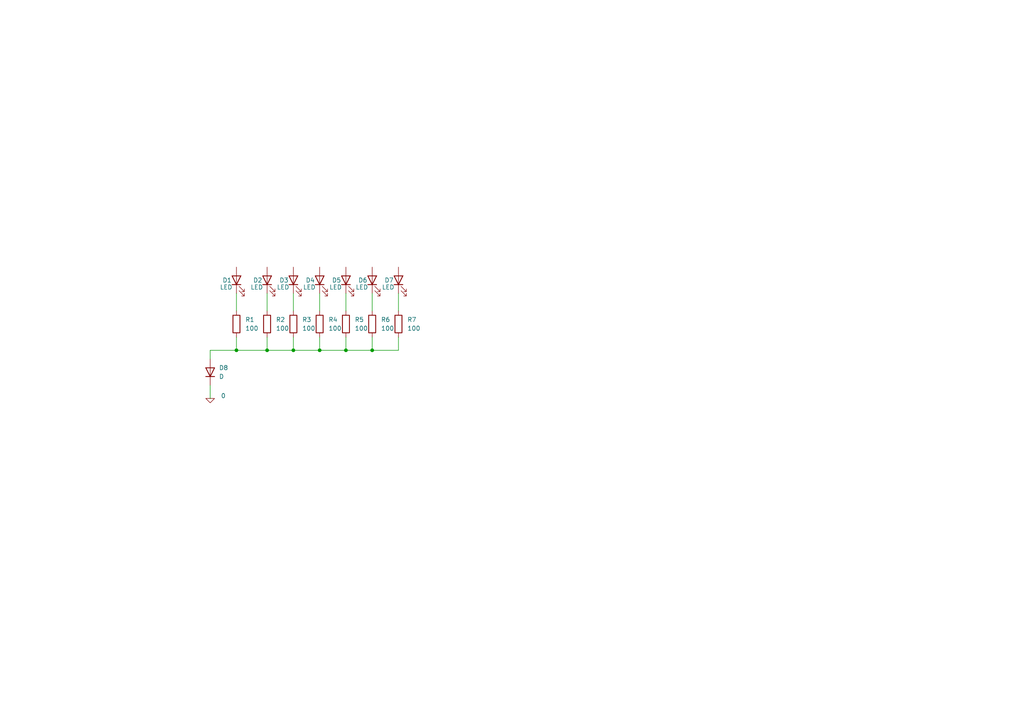
<source format=kicad_sch>
(kicad_sch (version 20231120) (generator "eeschema") (generator_version "8.0")
  (paper "A4")
  (lib_symbols
    (symbol "Device:D" (pin_numbers hide) (pin_names (offset 1.016) hide)
      (property "Reference" "D" (at 0 2.54 0))
      (property "Value" "D" (at 0 -2.54 0))
      (symbol "D_0_1"
        (polyline (pts (xy -1.27 1.27) (xy -1.27 -1.27)) (stroke (width 0.254)))
        (polyline (pts (xy 1.27 0) (xy -1.27 0)))
        (polyline (pts (xy 1.27 1.27) (xy 1.27 -1.27) (xy -1.27 0) (xy 1.27 1.27)) (stroke (width 0.254)))
      )
      (symbol "D_1_1"
        (pin passive line (at -3.81 0 0) (length 2.54) (name "K") (number "1"))
        (pin passive line (at 3.81 0 180) (length 2.54) (name "A") (number "2"))
      )
    )
    (symbol "Device:LED" (pin_numbers hide) (pin_names (offset 1.016) hide)
      (property "Reference" "D" (at 0 2.54 0))
      (property "Value" "LED" (at 0 -2.54 0))
      (symbol "LED_0_1"
        (polyline (pts (xy -1.27 -1.27) (xy -1.27 1.27)) (stroke (width 0.254)))
        (polyline (pts (xy -1.27 0) (xy 1.27 0)))
        (polyline (pts (xy 1.27 -1.27) (xy 1.27 1.27) (xy -1.27 0) (xy 1.27 -1.27)) (stroke (width 0.254)))
        (polyline (pts (xy -3.048 -0.762) (xy -4.572 -2.286) (xy -3.81 -2.286) (xy -4.572 -2.286) (xy -4.572 -1.524)))
        (polyline (pts (xy -1.778 -0.762) (xy -3.302 -2.286) (xy -2.54 -2.286) (xy -3.302 -2.286) (xy -3.302 -1.524)))
      )
      (symbol "LED_1_1"
        (pin passive line (at -3.81 0 0) (length 2.54) (name "K") (number "1"))
        (pin passive line (at 3.81 0 180) (length 2.54) (name "A") (number "2"))
      )
    )
    (symbol "Device:R" (pin_numbers hide) (pin_names (offset 0))
      (property "Reference" "R" (at 2.032 0 90))
      (property "Value" "R" (at 0 0 90))
      (symbol "R_0_1"
        (rectangle (start -1.016 -2.54) (end 1.016 2.54) (stroke (width 0.254)))
      )
      (symbol "R_1_1"
        (pin passive line (at 0 3.81 270) (length 1.27) (name "~") (number "1"))
        (pin passive line (at 0 -3.81 90) (length 1.27) (name "~") (number "2"))
      )
    )
    (symbol "Simulation_SPICE:0" (power) (pin_numbers hide) (pin_names (offset 0) hide)
      (property "Value" "0" (at 0 -2.54 0))
      (symbol "0_0_1"
        (polyline (pts (xy -1.27 0) (xy 0 -1.27) (xy 1.27 0) (xy -1.27 0)))
      )
      (symbol "0_1_1"
        (pin power_in line (at 0 0 0) (length 0) (name "~") (number "1"))
      )
    )
  )
  (junction (at 107.95 101.6))
  (junction (at 100.33 101.6))
  (junction (at 77.47 101.6))
  (junction (at 85.09 101.6))
  (junction (at 92.71 101.6))
  (junction (at 68.58 101.6))
  (wire (pts (xy 60.96 101.6) (xy 60.96 104.14)))
  (wire (pts (xy 68.58 101.6) (xy 77.47 101.6)))
  (wire (pts (xy 77.47 97.79) (xy 77.47 101.6)))
  (wire (pts (xy 100.33 101.6) (xy 107.95 101.6)))
  (wire (pts (xy 115.57 85.09) (xy 115.57 90.17)))
  (wire (pts (xy 85.09 101.6) (xy 92.71 101.6)))
  (wire (pts (xy 92.71 101.6) (xy 100.33 101.6)))
  (wire (pts (xy 107.95 97.79) (xy 107.95 101.6)))
  (wire (pts (xy 60.96 111.76) (xy 60.96 115.57)))
  (wire (pts (xy 85.09 97.79) (xy 85.09 101.6)))
  (wire (pts (xy 100.33 97.79) (xy 100.33 101.6)))
  (wire (pts (xy 77.47 85.09) (xy 77.47 90.17)))
  (wire (pts (xy 107.95 101.6) (xy 115.57 101.6)))
  (wire (pts (xy 85.09 85.09) (xy 85.09 90.17)))
  (wire (pts (xy 68.58 85.09) (xy 68.58 90.17)))
  (wire (pts (xy 77.47 101.6) (xy 85.09 101.6)))
  (wire (pts (xy 107.95 85.09) (xy 107.95 90.17)))
  (wire (pts (xy 92.71 85.09) (xy 92.71 90.17)))
  (wire (pts (xy 100.33 85.09) (xy 100.33 90.17)))
  (wire (pts (xy 92.71 97.79) (xy 92.71 101.6)))
  (wire (pts (xy 68.58 97.79) (xy 68.58 101.6)))
  (wire (pts (xy 115.57 97.79) (xy 115.57 101.6)))
  (wire (pts (xy 68.58 101.6) (xy 60.96 101.6)))
  (symbol (lib_id "Device:LED") (at 100.33 81.28 90) (unit 1)
    (property "Reference" "D5" (at 96.266 81.28 90) (effects (justify right)))
    (property "Value" "LED" (at 95.504 83.312 90) (effects (justify right)))
    (property "Description" "Light emitting diode" (effects (hide yes)))
  )
  (symbol (lib_id "Device:LED") (at 92.71 81.28 90) (unit 1)
    (property "Reference" "D4" (at 88.646 81.28 90) (effects (justify right)))
    (property "Value" "LED" (at 87.884 83.312 90) (effects (justify right)))
    (property "Description" "Light emitting diode" (effects (hide yes)))
  )
  (symbol (lib_id "Simulation_SPICE:0") (at 60.96 115.57 0) (unit 1)
    (property "Reference" "#GND01" (effects (hide yes)))
    (property "Value" "0" (at 64.77 114.808 0))
    (property "Datasheet" "https://ngspice.sourceforge.io/docs/ngspice-html-manual/manual.xhtml#subsec_Circuit_elements__device" (effects (hide yes)))
    (property "Description" "0V reference potential for simulation" (effects (hide yes)))
  )
  (symbol (lib_id "Device:R") (at 92.71 93.98 0) (unit 1)
    (property "Reference" "R4" (at 95.25 92.7099 0) (effects (justify left)))
    (property "Value" "100" (at 95.25 95.2499 0) (effects (justify left)))
    (property "Description" "Resistor" (effects (hide yes)))
  )
  (symbol (lib_id "Device:LED") (at 107.95 81.28 90) (unit 1)
    (property "Reference" "D6" (at 103.886 81.28 90) (effects (justify right)))
    (property "Value" "LED" (at 103.124 83.312 90) (effects (justify right)))
    (property "Description" "Light emitting diode" (effects (hide yes)))
  )
  (symbol (lib_id "Device:R") (at 68.58 93.98 0) (unit 1)
    (property "Reference" "R1" (at 71.12 92.7099 0) (effects (justify left)))
    (property "Value" "100" (at 71.12 95.2499 0) (effects (justify left)))
    (property "Description" "Resistor" (effects (hide yes)))
  )
  (symbol (lib_id "Device:R") (at 85.09 93.98 0) (unit 1)
    (property "Reference" "R3" (at 87.63 92.7099 0) (effects (justify left)))
    (property "Value" "100" (at 87.63 95.2499 0) (effects (justify left)))
    (property "Description" "Resistor" (effects (hide yes)))
  )
  (symbol (lib_id "Device:LED") (at 77.47 81.28 90) (unit 1)
    (property "Reference" "D2" (at 73.406 81.28 90) (effects (justify right)))
    (property "Value" "LED" (at 72.644 83.312 90) (effects (justify right)))
    (property "Description" "Light emitting diode" (effects (hide yes)))
  )
  (symbol (lib_id "Device:R") (at 115.57 93.98 0) (unit 1)
    (property "Reference" "R7" (at 118.11 92.7099 0) (effects (justify left)))
    (property "Value" "100" (at 118.11 95.2499 0) (effects (justify left)))
    (property "Description" "Resistor" (effects (hide yes)))
  )
  (symbol (lib_id "Device:LED") (at 68.58 81.28 90) (unit 1)
    (property "Reference" "D1" (at 64.516 81.28 90) (effects (justify right)))
    (property "Value" "LED" (at 63.754 83.312 90) (effects (justify right)))
    (property "Description" "Light emitting diode" (effects (hide yes)))
  )
  (symbol (lib_id "Device:D") (at 60.96 107.95 90) (unit 1)
    (property "Reference" "D8" (at 63.5 106.6799 90) (effects (justify right)))
    (property "Value" "D" (at 63.5 109.2199 90) (effects (justify right)))
    (property "Description" "Diode" (effects (hide yes)))
    (property "Sim.Device" "D" (effects (hide yes)))
    (property "Sim.Pins" "1=K 2=A" (effects (hide yes)))
  )
  (symbol (lib_id "Device:R") (at 100.33 93.98 0) (unit 1)
    (property "Reference" "R5" (at 102.87 92.7099 0) (effects (justify left)))
    (property "Value" "100" (at 102.87 95.2499 0) (effects (justify left)))
    (property "Description" "Resistor" (effects (hide yes)))
  )
  (symbol (lib_id "Device:LED") (at 85.09 81.28 90) (unit 1)
    (property "Reference" "D3" (at 81.026 81.28 90) (effects (justify right)))
    (property "Value" "LED" (at 80.264 83.312 90) (effects (justify right)))
    (property "Description" "Light emitting diode" (effects (hide yes)))
  )
  (symbol (lib_id "Device:R") (at 77.47 93.98 0) (unit 1)
    (property "Reference" "R2" (at 80.01 92.7099 0) (effects (justify left)))
    (property "Value" "100" (at 80.01 95.2499 0) (effects (justify left)))
    (property "Description" "Resistor" (effects (hide yes)))
  )
  (symbol (lib_id "Device:R") (at 107.95 93.98 0) (unit 1)
    (property "Reference" "R6" (at 110.49 92.7099 0) (effects (justify left)))
    (property "Value" "100" (at 110.49 95.2499 0) (effects (justify left)))
    (property "Description" "Resistor" (effects (hide yes)))
  )
  (symbol (lib_id "Device:LED") (at 115.57 81.28 90) (unit 1)
    (property "Reference" "D7" (at 111.506 81.28 90) (effects (justify right)))
    (property "Value" "LED" (at 110.744 83.312 90) (effects (justify right)))
    (property "Description" "Light emitting diode" (effects (hide yes)))
  )
)
</source>
